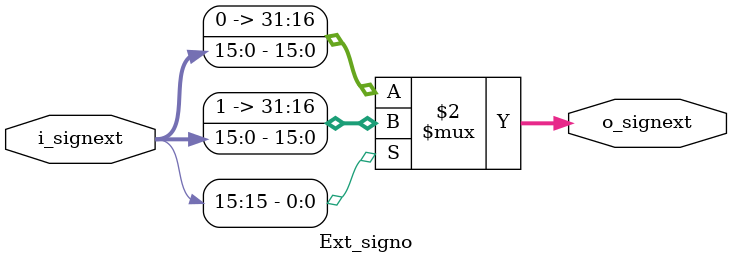
<source format=v>
`timescale 1ns / 1ps

module Ext_signo#(

        parameter   NB_DATA_IN   =   16,
        parameter   NB_DATA_OUT  =   32,
        parameter   NB_ADD = (NB_DATA_OUT-NB_DATA_IN)
    )(
        input [NB_DATA_IN-1:0] i_signext,
        output [NB_DATA_OUT-1:0] o_signext
    );

    assign o_signext = (i_signext[15] == 1) ? {{NB_ADD{1'b1}}, i_signext} : {{NB_ADD{1'b0}}, i_signext};
    //assign  o_signext    =   i_signext;

endmodule

</source>
